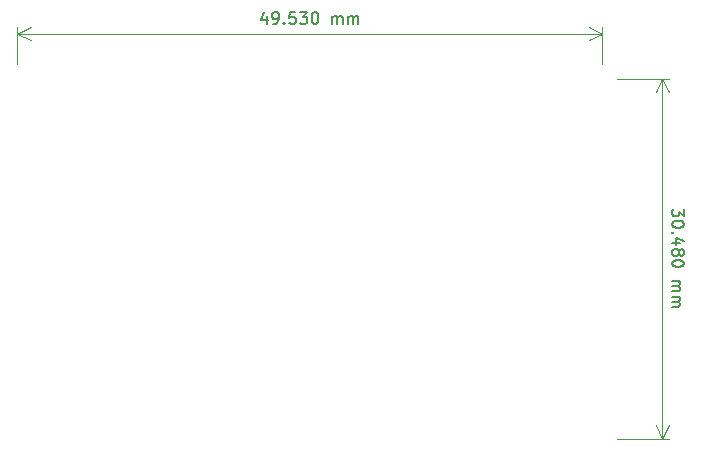
<source format=gbr>
G04 #@! TF.GenerationSoftware,KiCad,Pcbnew,(5.1.5)-3*
G04 #@! TF.CreationDate,2020-02-27T09:45:15+00:00*
G04 #@! TF.ProjectId,fast_diode_pcb,66617374-5f64-4696-9f64-655f7063622e,rev?*
G04 #@! TF.SameCoordinates,Original*
G04 #@! TF.FileFunction,Other,ECO2*
%FSLAX46Y46*%
G04 Gerber Fmt 4.6, Leading zero omitted, Abs format (unit mm)*
G04 Created by KiCad (PCBNEW (5.1.5)-3) date 2020-02-27 09:45:15*
%MOMM*%
%LPD*%
G04 APERTURE LIST*
%ADD10C,0.150000*%
%ADD11C,0.120000*%
G04 APERTURE END LIST*
D10*
X163107619Y-97409523D02*
X163107619Y-98028571D01*
X162726666Y-97695238D01*
X162726666Y-97838095D01*
X162679047Y-97933333D01*
X162631428Y-97980952D01*
X162536190Y-98028571D01*
X162298095Y-98028571D01*
X162202857Y-97980952D01*
X162155238Y-97933333D01*
X162107619Y-97838095D01*
X162107619Y-97552380D01*
X162155238Y-97457142D01*
X162202857Y-97409523D01*
X163107619Y-98647619D02*
X163107619Y-98742857D01*
X163060000Y-98838095D01*
X163012380Y-98885714D01*
X162917142Y-98933333D01*
X162726666Y-98980952D01*
X162488571Y-98980952D01*
X162298095Y-98933333D01*
X162202857Y-98885714D01*
X162155238Y-98838095D01*
X162107619Y-98742857D01*
X162107619Y-98647619D01*
X162155238Y-98552380D01*
X162202857Y-98504761D01*
X162298095Y-98457142D01*
X162488571Y-98409523D01*
X162726666Y-98409523D01*
X162917142Y-98457142D01*
X163012380Y-98504761D01*
X163060000Y-98552380D01*
X163107619Y-98647619D01*
X162202857Y-99409523D02*
X162155238Y-99457142D01*
X162107619Y-99409523D01*
X162155238Y-99361904D01*
X162202857Y-99409523D01*
X162107619Y-99409523D01*
X162774285Y-100314285D02*
X162107619Y-100314285D01*
X163155238Y-100076190D02*
X162440952Y-99838095D01*
X162440952Y-100457142D01*
X162679047Y-100980952D02*
X162726666Y-100885714D01*
X162774285Y-100838095D01*
X162869523Y-100790476D01*
X162917142Y-100790476D01*
X163012380Y-100838095D01*
X163060000Y-100885714D01*
X163107619Y-100980952D01*
X163107619Y-101171428D01*
X163060000Y-101266666D01*
X163012380Y-101314285D01*
X162917142Y-101361904D01*
X162869523Y-101361904D01*
X162774285Y-101314285D01*
X162726666Y-101266666D01*
X162679047Y-101171428D01*
X162679047Y-100980952D01*
X162631428Y-100885714D01*
X162583809Y-100838095D01*
X162488571Y-100790476D01*
X162298095Y-100790476D01*
X162202857Y-100838095D01*
X162155238Y-100885714D01*
X162107619Y-100980952D01*
X162107619Y-101171428D01*
X162155238Y-101266666D01*
X162202857Y-101314285D01*
X162298095Y-101361904D01*
X162488571Y-101361904D01*
X162583809Y-101314285D01*
X162631428Y-101266666D01*
X162679047Y-101171428D01*
X163107619Y-101980952D02*
X163107619Y-102076190D01*
X163060000Y-102171428D01*
X163012380Y-102219047D01*
X162917142Y-102266666D01*
X162726666Y-102314285D01*
X162488571Y-102314285D01*
X162298095Y-102266666D01*
X162202857Y-102219047D01*
X162155238Y-102171428D01*
X162107619Y-102076190D01*
X162107619Y-101980952D01*
X162155238Y-101885714D01*
X162202857Y-101838095D01*
X162298095Y-101790476D01*
X162488571Y-101742857D01*
X162726666Y-101742857D01*
X162917142Y-101790476D01*
X163012380Y-101838095D01*
X163060000Y-101885714D01*
X163107619Y-101980952D01*
X162107619Y-103504761D02*
X162774285Y-103504761D01*
X162679047Y-103504761D02*
X162726666Y-103552380D01*
X162774285Y-103647619D01*
X162774285Y-103790476D01*
X162726666Y-103885714D01*
X162631428Y-103933333D01*
X162107619Y-103933333D01*
X162631428Y-103933333D02*
X162726666Y-103980952D01*
X162774285Y-104076190D01*
X162774285Y-104219047D01*
X162726666Y-104314285D01*
X162631428Y-104361904D01*
X162107619Y-104361904D01*
X162107619Y-104838095D02*
X162774285Y-104838095D01*
X162679047Y-104838095D02*
X162726666Y-104885714D01*
X162774285Y-104980952D01*
X162774285Y-105123809D01*
X162726666Y-105219047D01*
X162631428Y-105266666D01*
X162107619Y-105266666D01*
X162631428Y-105266666D02*
X162726666Y-105314285D01*
X162774285Y-105409523D01*
X162774285Y-105552380D01*
X162726666Y-105647619D01*
X162631428Y-105695238D01*
X162107619Y-105695238D01*
D11*
X161290000Y-86360000D02*
X161290000Y-116840000D01*
X157480000Y-86360000D02*
X161876421Y-86360000D01*
X157480000Y-116840000D02*
X161876421Y-116840000D01*
X161290000Y-116840000D02*
X160703579Y-115713496D01*
X161290000Y-116840000D02*
X161876421Y-115713496D01*
X161290000Y-86360000D02*
X160703579Y-87486504D01*
X161290000Y-86360000D02*
X161876421Y-87486504D01*
D10*
X127778333Y-81065714D02*
X127778333Y-81732380D01*
X127540238Y-80684761D02*
X127302142Y-81399047D01*
X127921190Y-81399047D01*
X128349761Y-81732380D02*
X128540238Y-81732380D01*
X128635476Y-81684761D01*
X128683095Y-81637142D01*
X128778333Y-81494285D01*
X128825952Y-81303809D01*
X128825952Y-80922857D01*
X128778333Y-80827619D01*
X128730714Y-80780000D01*
X128635476Y-80732380D01*
X128445000Y-80732380D01*
X128349761Y-80780000D01*
X128302142Y-80827619D01*
X128254523Y-80922857D01*
X128254523Y-81160952D01*
X128302142Y-81256190D01*
X128349761Y-81303809D01*
X128445000Y-81351428D01*
X128635476Y-81351428D01*
X128730714Y-81303809D01*
X128778333Y-81256190D01*
X128825952Y-81160952D01*
X129254523Y-81637142D02*
X129302142Y-81684761D01*
X129254523Y-81732380D01*
X129206904Y-81684761D01*
X129254523Y-81637142D01*
X129254523Y-81732380D01*
X130206904Y-80732380D02*
X129730714Y-80732380D01*
X129683095Y-81208571D01*
X129730714Y-81160952D01*
X129825952Y-81113333D01*
X130064047Y-81113333D01*
X130159285Y-81160952D01*
X130206904Y-81208571D01*
X130254523Y-81303809D01*
X130254523Y-81541904D01*
X130206904Y-81637142D01*
X130159285Y-81684761D01*
X130064047Y-81732380D01*
X129825952Y-81732380D01*
X129730714Y-81684761D01*
X129683095Y-81637142D01*
X130587857Y-80732380D02*
X131206904Y-80732380D01*
X130873571Y-81113333D01*
X131016428Y-81113333D01*
X131111666Y-81160952D01*
X131159285Y-81208571D01*
X131206904Y-81303809D01*
X131206904Y-81541904D01*
X131159285Y-81637142D01*
X131111666Y-81684761D01*
X131016428Y-81732380D01*
X130730714Y-81732380D01*
X130635476Y-81684761D01*
X130587857Y-81637142D01*
X131825952Y-80732380D02*
X131921190Y-80732380D01*
X132016428Y-80780000D01*
X132064047Y-80827619D01*
X132111666Y-80922857D01*
X132159285Y-81113333D01*
X132159285Y-81351428D01*
X132111666Y-81541904D01*
X132064047Y-81637142D01*
X132016428Y-81684761D01*
X131921190Y-81732380D01*
X131825952Y-81732380D01*
X131730714Y-81684761D01*
X131683095Y-81637142D01*
X131635476Y-81541904D01*
X131587857Y-81351428D01*
X131587857Y-81113333D01*
X131635476Y-80922857D01*
X131683095Y-80827619D01*
X131730714Y-80780000D01*
X131825952Y-80732380D01*
X133349761Y-81732380D02*
X133349761Y-81065714D01*
X133349761Y-81160952D02*
X133397380Y-81113333D01*
X133492619Y-81065714D01*
X133635476Y-81065714D01*
X133730714Y-81113333D01*
X133778333Y-81208571D01*
X133778333Y-81732380D01*
X133778333Y-81208571D02*
X133825952Y-81113333D01*
X133921190Y-81065714D01*
X134064047Y-81065714D01*
X134159285Y-81113333D01*
X134206904Y-81208571D01*
X134206904Y-81732380D01*
X134683095Y-81732380D02*
X134683095Y-81065714D01*
X134683095Y-81160952D02*
X134730714Y-81113333D01*
X134825952Y-81065714D01*
X134968809Y-81065714D01*
X135064047Y-81113333D01*
X135111666Y-81208571D01*
X135111666Y-81732380D01*
X135111666Y-81208571D02*
X135159285Y-81113333D01*
X135254523Y-81065714D01*
X135397380Y-81065714D01*
X135492619Y-81113333D01*
X135540238Y-81208571D01*
X135540238Y-81732380D01*
D11*
X106680000Y-82550000D02*
X156210000Y-82550000D01*
X106680000Y-85089999D02*
X106680000Y-81963579D01*
X156210000Y-85089999D02*
X156210000Y-81963579D01*
X156210000Y-82550000D02*
X155083496Y-83136421D01*
X156210000Y-82550000D02*
X155083496Y-81963579D01*
X106680000Y-82550000D02*
X107806504Y-83136421D01*
X106680000Y-82550000D02*
X107806504Y-81963579D01*
M02*

</source>
